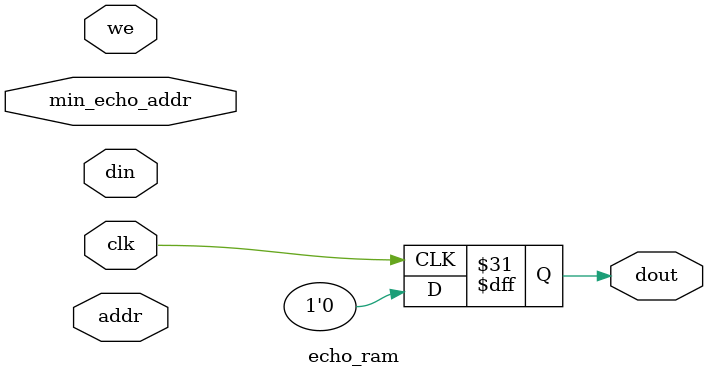
<source format=v>
`default_nettype none


module debounce (
  input wire reset, clock, noisy,
  output reg clean
);
  reg [18:0] count;
  reg new;

  always @(posedge clock)
    if (reset) begin
      count <= 0;
      new <= noisy;
      clean <= noisy;
    end
    else if (noisy != new) begin
      // noisy input changed, restart the .01 sec clock
      new <= noisy;
      count <= 0;
    end
    else if (count == 270000)
      // noisy input stable for .01 secs, pass it along!
      clean <= new;
    else
      // waiting for .01 sec to pass
      count <= count+1;

endmodule

///////////////////////////////////////////////////////////////////////////////
//
// bi-directional monaural interface to AC97
//
///////////////////////////////////////////////////////////////////////////////

module lab5audio (
  input wire clock_27mhz,
  input wire reset,
  input wire [4:0] volume,
  output wire [7:0] audio_in_data,
  input wire [7:0] audio_out_data,
  output wire ready,
  output reg audio_reset_b,   // ac97 interface signals
  output wire ac97_sdata_out,
  input wire ac97_sdata_in,
  output wire ac97_synch,
  input wire ac97_bit_clock
);

  wire [7:0] command_address;
  wire [15:0] command_data;
  wire command_valid;
  wire [19:0] left_in_data, right_in_data;
  wire [19:0] left_out_data, right_out_data;

  // wait a little before enabling the AC97 codec
  reg [9:0] reset_count;
  always @(posedge clock_27mhz) begin
    if (reset) begin
      audio_reset_b = 1'b0;
      reset_count = 0;
    end else if (reset_count == 1023)
      audio_reset_b = 1'b1;
    else
      reset_count = reset_count+1;
  end

  wire ac97_ready;
  ac97 ac97(.ready(ac97_ready),
            .command_address(command_address),
            .command_data(command_data),
            .command_valid(command_valid),
            .left_data(left_out_data), .left_valid(1'b1),
            .right_data(right_out_data), .right_valid(1'b1),
            .left_in_data(left_in_data), .right_in_data(right_in_data),
            .ac97_sdata_out(ac97_sdata_out),
            .ac97_sdata_in(ac97_sdata_in),
            .ac97_synch(ac97_synch),
            .ac97_bit_clock(ac97_bit_clock));

  // ready: one cycle pulse synchronous with clock_27mhz
  reg [2:0] ready_sync;
  always @ (posedge clock_27mhz) ready_sync <= {ready_sync[1:0], ac97_ready};
  assign ready = ready_sync[1] & ~ready_sync[2];

  reg [7:0] out_data;
  always @ (posedge clock_27mhz)
    if (ready) out_data <= audio_out_data;
  assign audio_in_data = left_in_data[19:12];
  assign left_out_data = {out_data, 12'b000000000000};
  assign right_out_data = left_out_data;

  // generate repeating sequence of read/writes to AC97 registers
  ac97commands cmds(.clock(clock_27mhz), .ready(ready),
                    .command_address(command_address),
                    .command_data(command_data),
                    .command_valid(command_valid),
                    .volume(volume),
                    .source(3'b000));     // mic
endmodule

// assemble/disassemble AC97 serial frames
module ac97 (
  output reg ready,
  input wire [7:0] command_address,
  input wire [15:0] command_data,
  input wire command_valid,
  input wire [19:0] left_data,
  input wire left_valid,
  input wire [19:0] right_data,
  input wire right_valid,
  output reg [19:0] left_in_data, right_in_data,
  output reg ac97_sdata_out,
  input wire ac97_sdata_in,
  output reg ac97_synch,
  input wire ac97_bit_clock
);
  reg [7:0] bit_count;

  reg [19:0] l_cmd_addr;
  reg [19:0] l_cmd_data;
  reg [19:0] l_left_data, l_right_data;
  reg l_cmd_v, l_left_v, l_right_v;

  initial begin
    ready <= 1'b0;
    // synthesis attribute init of ready is "0";
    ac97_sdata_out <= 1'b0;
    // synthesis attribute init of ac97_sdata_out is "0";
    ac97_synch <= 1'b0;
    // synthesis attribute init of ac97_synch is "0";

    bit_count <= 8'h00;
    // synthesis attribute init of bit_count is "0000";
    l_cmd_v <= 1'b0;
    // synthesis attribute init of l_cmd_v is "0";
    l_left_v <= 1'b0;
    // synthesis attribute init of l_left_v is "0";
    l_right_v <= 1'b0;
    // synthesis attribute init of l_right_v is "0";

    left_in_data <= 20'h00000;
    // synthesis attribute init of left_in_data is "00000";
    right_in_data <= 20'h00000;
    // synthesis attribute init of right_in_data is "00000";
  end

  always @(posedge ac97_bit_clock) begin
    // Generate the sync signal
    if (bit_count == 255)
      ac97_synch <= 1'b1;
    if (bit_count == 15)
      ac97_synch <= 1'b0;

    // Generate the ready signal
    if (bit_count == 128)
      ready <= 1'b1;
    if (bit_count == 2)
      ready <= 1'b0;

    // Latch user data at the end of each frame. This ensures that the
    // first frame after reset will be empty.
    if (bit_count == 255) begin
      l_cmd_addr <= {command_address, 12'h000};
      l_cmd_data <= {command_data, 4'h0};
      l_cmd_v <= command_valid;
      l_left_data <= left_data;
      l_left_v <= left_valid;
      l_right_data <= right_data;
      l_right_v <= right_valid;
    end

    if ((bit_count >= 0) && (bit_count <= 15))
      // Slot 0: Tags
      case (bit_count[3:0])
        4'h0: ac97_sdata_out <= 1'b1;      // Frame valid
        4'h1: ac97_sdata_out <= l_cmd_v;   // Command address valid
        4'h2: ac97_sdata_out <= l_cmd_v;   // Command data valid
        4'h3: ac97_sdata_out <= l_left_v;  // Left data valid
        4'h4: ac97_sdata_out <= l_right_v; // Right data valid
        default: ac97_sdata_out <= 1'b0;
      endcase
    else if ((bit_count >= 16) && (bit_count <= 35))
      // Slot 1: Command address (8-bits, left justified)
      ac97_sdata_out <= l_cmd_v ? l_cmd_addr[35-bit_count] : 1'b0;
    else if ((bit_count >= 36) && (bit_count <= 55))
      // Slot 2: Command data (16-bits, left justified)
      ac97_sdata_out <= l_cmd_v ? l_cmd_data[55-bit_count] : 1'b0;
    else if ((bit_count >= 56) && (bit_count <= 75)) begin
      // Slot 3: Left channel
      ac97_sdata_out <= l_left_v ? l_left_data[19] : 1'b0;
      l_left_data <= { l_left_data[18:0], l_left_data[19] };
    end
    else if ((bit_count >= 76) && (bit_count <= 95))
      // Slot 4: Right channel
      ac97_sdata_out <= l_right_v ? l_right_data[95-bit_count] : 1'b0;
    else
      ac97_sdata_out <= 1'b0;

    bit_count <= bit_count+1;
  end // always @ (posedge ac97_bit_clock)

  always @(negedge ac97_bit_clock) begin
    if ((bit_count >= 57) && (bit_count <= 76))
      // Slot 3: Left channel
      left_in_data <= { left_in_data[18:0], ac97_sdata_in };
    else if ((bit_count >= 77) && (bit_count <= 96))
      // Slot 4: Right channel
      right_in_data <= { right_in_data[18:0], ac97_sdata_in };
  end
endmodule

// issue initialization commands to AC97
module ac97commands (
  input wire clock,
  input wire ready,
  output wire [7:0] command_address,
  output wire [15:0] command_data,
  output reg command_valid,
  input wire [4:0] volume,
  input wire [2:0] source
);
  reg [23:0] command;

  reg [3:0] state;
  initial begin
    command <= 4'h0;
    // synthesis attribute init of command is "0";
    command_valid <= 1'b0;
    // synthesis attribute init of command_valid is "0";
    state <= 16'h0000;
    // synthesis attribute init of state is "0000";
  end

  assign command_address = command[23:16];
  assign command_data = command[15:0];

  wire [4:0] vol;
  assign vol = 31-volume;  // convert to attenuation

  always @(posedge clock) begin
    if (ready) state <= state+1;

    case (state)
      4'h0: // Read ID
        begin
          command <= 24'h80_0000;
          command_valid <= 1'b1;
        end
      4'h1: // Read ID
        command <= 24'h80_0000;
      4'h3: // headphone volume
        command <= { 8'h04, 3'b000, vol, 3'b000, vol };
      4'h5: // PCM volume
        command <= 24'h18_0808;
      4'h6: // Record source select
        command <= { 8'h1A, 5'b00000, source, 5'b00000, source};
      4'h7: // Record gain = max
        command <= 24'h1C_0F0F;
      4'h9: // set +20db mic gain
        command <= 24'h0E_8048;
      4'hA: // Set beep volume
        command <= 24'h0A_0000;
      4'hB: // PCM out bypass mix1
        command <= 24'h20_8000;
      default:
        command <= 24'h80_0000;
    endcase // case(state)
  end // always @ (posedge clock)
endmodule // ac97commands

///////////////////////////////////////////////////////////////////////////////
//
// generate PCM data for 750hz sine wave (assuming f(ready) = 48khz)
//
///////////////////////////////////////////////////////////////////////////////

module tone750hz (
  input wire clock,
  input wire ready,
  output reg [19:0] pcm_data
);
   reg [8:0] index;

   initial begin
      index <= 8'h00;
      // synthesis attribute init of index is "00";
      pcm_data <= 20'h00000;
      // synthesis attribute init of pcm_data is "00000";
   end
   
   always @(posedge clock) begin
      if (ready) index <= index+1;
   end
   
   // one cycle of a sinewave in 64 20-bit samples
   always @(index) begin
      case (index[5:0])
        6'h00: pcm_data <= 20'h00000;
        6'h01: pcm_data <= 20'h0C8BD;
        6'h02: pcm_data <= 20'h18F8B;
        6'h03: pcm_data <= 20'h25280;
        6'h04: pcm_data <= 20'h30FBC;
        6'h05: pcm_data <= 20'h3C56B;
        6'h06: pcm_data <= 20'h471CE;
        6'h07: pcm_data <= 20'h5133C;
        6'h08: pcm_data <= 20'h5A827;
        6'h09: pcm_data <= 20'h62F20;
        6'h0A: pcm_data <= 20'h6A6D9;
        6'h0B: pcm_data <= 20'h70E2C;
        6'h0C: pcm_data <= 20'h7641A;
        6'h0D: pcm_data <= 20'h7A7D0;
        6'h0E: pcm_data <= 20'h7D8A5;
        6'h0F: pcm_data <= 20'h7F623;
        6'h10: pcm_data <= 20'h7FFFF;
        6'h11: pcm_data <= 20'h7F623;
        6'h12: pcm_data <= 20'h7D8A5;
        6'h13: pcm_data <= 20'h7A7D0;
        6'h14: pcm_data <= 20'h7641A;
        6'h15: pcm_data <= 20'h70E2C;
        6'h16: pcm_data <= 20'h6A6D9;
        6'h17: pcm_data <= 20'h62F20;
        6'h18: pcm_data <= 20'h5A827;
        6'h19: pcm_data <= 20'h5133C;
        6'h1A: pcm_data <= 20'h471CE;
        6'h1B: pcm_data <= 20'h3C56B;
        6'h1C: pcm_data <= 20'h30FBC;
        6'h1D: pcm_data <= 20'h25280;
        6'h1E: pcm_data <= 20'h18F8B;
        6'h1F: pcm_data <= 20'h0C8BD;
        6'h20: pcm_data <= 20'h00000;
        6'h21: pcm_data <= 20'hF3743;
        6'h22: pcm_data <= 20'hE7075;
        6'h23: pcm_data <= 20'hDAD80;
        6'h24: pcm_data <= 20'hCF044;
        6'h25: pcm_data <= 20'hC3A95;
        6'h26: pcm_data <= 20'hB8E32;
        6'h27: pcm_data <= 20'hAECC4;
        6'h28: pcm_data <= 20'hA57D9;
        6'h29: pcm_data <= 20'h9D0E0;
        6'h2A: pcm_data <= 20'h95927;
        6'h2B: pcm_data <= 20'h8F1D4;
        6'h2C: pcm_data <= 20'h89BE6;
        6'h2D: pcm_data <= 20'h85830;
        6'h2E: pcm_data <= 20'h8275B;
        6'h2F: pcm_data <= 20'h809DD;
        6'h30: pcm_data <= 20'h80000;
        6'h31: pcm_data <= 20'h809DD;
        6'h32: pcm_data <= 20'h8275B;
        6'h33: pcm_data <= 20'h85830;
        6'h34: pcm_data <= 20'h89BE6;
        6'h35: pcm_data <= 20'h8F1D4;
        6'h36: pcm_data <= 20'h95927;
        6'h37: pcm_data <= 20'h9D0E0;
        6'h38: pcm_data <= 20'hA57D9;
        6'h39: pcm_data <= 20'hAECC4;
        6'h3A: pcm_data <= 20'hB8E32;
        6'h3B: pcm_data <= 20'hC3A95;
        6'h3C: pcm_data <= 20'hCF044;
        6'h3D: pcm_data <= 20'hDAD80;
        6'h3E: pcm_data <= 20'hE7075;
        6'h3F: pcm_data <= 20'hF3743;
      endcase // case(index[5:0])
   end // always @ (index)
endmodule

/////////////////////////////////////////////////////////////////////////////////
////
//// 6.111 FPGA Labkit -- Template Toplevel Module
////
//// For Labkit Revision 004
//// Created: October 31, 2004, from revision 003 file
//// Author: Nathan Ickes, 6.111 staff
////
/////////////////////////////////////////////////////////////////////////////////

module lab5   (beep, audio_reset_b, ac97_sdata_out, ac97_sdata_in, ac97_synch,
	       ac97_bit_clock,
	       
	       vga_out_red, vga_out_green, vga_out_blue, vga_out_sync_b,
	       vga_out_blank_b, vga_out_pixel_clock, vga_out_hsync,
	       vga_out_vsync,

	       tv_out_ycrcb, tv_out_reset_b, tv_out_clock, tv_out_i2c_clock,
	       tv_out_i2c_data, tv_out_pal_ntsc, tv_out_hsync_b,
	       tv_out_vsync_b, tv_out_blank_b, tv_out_subcar_reset,

	       tv_in_ycrcb, tv_in_data_valid, tv_in_line_clock1,
	       tv_in_line_clock2, tv_in_aef, tv_in_hff, tv_in_aff,
	       tv_in_i2c_clock, tv_in_i2c_data, tv_in_fifo_read,
	       tv_in_fifo_clock, tv_in_iso, tv_in_reset_b, tv_in_clock,

	       ram0_data, ram0_address, ram0_adv_ld, ram0_clk, ram0_cen_b,
	       ram0_ce_b, ram0_oe_b, ram0_we_b, ram0_bwe_b, 

	       ram1_data, ram1_address, ram1_adv_ld, ram1_clk, ram1_cen_b,
	       ram1_ce_b, ram1_oe_b, ram1_we_b, ram1_bwe_b,

	       clock_feedback_out, clock_feedback_in,

	       flash_data, flash_address, flash_ce_b, flash_oe_b, flash_we_b,
	       flash_reset_b, flash_sts, flash_byte_b,

	       rs232_txd, rs232_rxd, rs232_rts, rs232_cts,

	       mouse_clock, mouse_data, keyboard_clock, keyboard_data,

	       clock_27mhz, clock1, clock2,

	       disp_blank, disp_data_out, disp_clock, disp_rs, disp_ce_b,
	       disp_reset_b, disp_data_in,

	       button0, button1, button2, button3, button_enter, button_right,
	       button_left, button_down, button_up,

	       switch,

	       led,
	       
	       user1, user2, user3, user4,
	       
	       daughtercard,

	       systemace_data, systemace_address, systemace_ce_b,
	       systemace_we_b, systemace_oe_b, systemace_irq, systemace_mpbrdy,
	       
	       analyzer1_data, analyzer1_clock,
 	       analyzer2_data, analyzer2_clock,
 	       analyzer3_data, analyzer3_clock,
 	       analyzer4_data, analyzer4_clock);

   output beep, audio_reset_b, ac97_synch, ac97_sdata_out;
   input  ac97_bit_clock, ac97_sdata_in;
   
   output [7:0] vga_out_red, vga_out_green, vga_out_blue;
   output vga_out_sync_b, vga_out_blank_b, vga_out_pixel_clock,
	  vga_out_hsync, vga_out_vsync;

   output [9:0] tv_out_ycrcb;
   output tv_out_reset_b, tv_out_clock, tv_out_i2c_clock, tv_out_i2c_data,
	  tv_out_pal_ntsc, tv_out_hsync_b, tv_out_vsync_b, tv_out_blank_b,
	  tv_out_subcar_reset;
   
   input  [19:0] tv_in_ycrcb;
   input  tv_in_data_valid, tv_in_line_clock1, tv_in_line_clock2, tv_in_aef,
	  tv_in_hff, tv_in_aff;
   output tv_in_i2c_clock, tv_in_fifo_read, tv_in_fifo_clock, tv_in_iso,
	  tv_in_reset_b, tv_in_clock;
   inout  tv_in_i2c_data;
        
   inout  [35:0] ram0_data;
   output [18:0] ram0_address;
   output ram0_adv_ld, ram0_clk, ram0_cen_b, ram0_ce_b, ram0_oe_b, ram0_we_b;
   output [3:0] ram0_bwe_b;
   
   inout  [35:0] ram1_data;
   output [18:0] ram1_address;
   output ram1_adv_ld, ram1_clk, ram1_cen_b, ram1_ce_b, ram1_oe_b, ram1_we_b;
   output [3:0] ram1_bwe_b;

   input  clock_feedback_in;
   output clock_feedback_out;
   
   inout  [15:0] flash_data;
   output [23:0] flash_address;
   output flash_ce_b, flash_oe_b, flash_we_b, flash_reset_b, flash_byte_b;
   input  flash_sts;
   
   output rs232_txd, rs232_rts;
   input  rs232_rxd, rs232_cts;

   input  mouse_clock, mouse_data, keyboard_clock, keyboard_data;

   input  clock_27mhz, clock1, clock2;

   output disp_blank, disp_clock, disp_rs, disp_ce_b, disp_reset_b;  
   input  disp_data_in;
   output  disp_data_out;
   
   input  button0, button1, button2, button3, button_enter, button_right,
	  button_left, button_down, button_up;
   input  [7:0] switch;
   output [7:0] led;

   inout [31:0] user1, user2, user3, user4;
   
   inout [43:0] daughtercard;

   inout  [15:0] systemace_data;
   output [6:0]  systemace_address;
   output systemace_ce_b, systemace_we_b, systemace_oe_b;
   input  systemace_irq, systemace_mpbrdy;

   output [15:0] analyzer1_data, analyzer2_data, analyzer3_data, 
		 analyzer4_data;
   output analyzer1_clock, analyzer2_clock, analyzer3_clock, analyzer4_clock;

   ////////////////////////////////////////////////////////////////////////////
   //
   // I/O Assignments
   //
   ////////////////////////////////////////////////////////////////////////////
   

   // Audio Input and Output
   assign beep= 1'b0;
   //lab5 assign audio_reset_b = 1'b0;
   //lab5 assign ac97_synch = 1'b0;
   //lab5 assign ac97_sdata_out = 1'b0;
   // ac97_sdata_in is an input

   // VGA Output
   assign vga_out_red = 10'h0;
   assign vga_out_green = 10'h0;
   assign vga_out_blue = 10'h0;
   assign vga_out_sync_b = 1'b1;
   assign vga_out_blank_b = 1'b1;
   assign vga_out_pixel_clock = 1'b0;
   assign vga_out_hsync = 1'b0;
   assign vga_out_vsync = 1'b0;

   // Video Output
   assign tv_out_ycrcb = 10'h0;
   assign tv_out_reset_b = 1'b0;
   assign tv_out_clock = 1'b0;
   assign tv_out_i2c_clock = 1'b0;
   assign tv_out_i2c_data = 1'b0;
   assign tv_out_pal_ntsc = 1'b0;
   assign tv_out_hsync_b = 1'b1;
   assign tv_out_vsync_b = 1'b1;
   assign tv_out_blank_b = 1'b1;
   assign tv_out_subcar_reset = 1'b0;
   
   // Video Input
   assign tv_in_i2c_clock = 1'b0;
   assign tv_in_fifo_read = 1'b0;
   assign tv_in_fifo_clock = 1'b0;
   assign tv_in_iso = 1'b0;
   assign tv_in_reset_b = 1'b0;
   assign tv_in_clock = 1'b0;
   assign tv_in_i2c_data = 1'bZ;
   // tv_in_ycrcb, tv_in_data_valid, tv_in_line_clock1, tv_in_line_clock2, 
   // tv_in_aef, tv_in_hff, and tv_in_aff are inputs
   
   // SRAMs
   assign ram0_data = 36'hZ;
   assign ram0_address = 19'h0;
   assign ram0_adv_ld = 1'b0;
   assign ram0_clk = 1'b0;
   assign ram0_cen_b = 1'b1;
   assign ram0_ce_b = 1'b1;
   assign ram0_oe_b = 1'b1;
   assign ram0_we_b = 1'b1;
   assign ram0_bwe_b = 4'hF;
   assign ram1_data = 36'hZ; 
   assign ram1_address = 19'h0;
   assign ram1_adv_ld = 1'b0;
   assign ram1_clk = 1'b0;
   assign ram1_cen_b = 1'b1;
   assign ram1_ce_b = 1'b1;
   assign ram1_oe_b = 1'b1;
   assign ram1_we_b = 1'b1;
   assign ram1_bwe_b = 4'hF;
   assign clock_feedback_out = 1'b0;
   // clock_feedback_in is an input
   
   // Flash ROM
   assign flash_data = 16'hZ;
   assign flash_address = 24'h0;
   assign flash_ce_b = 1'b1;
   assign flash_oe_b = 1'b1;
   assign flash_we_b = 1'b1;
   assign flash_reset_b = 1'b0;
   assign flash_byte_b = 1'b1;
   // flash_sts is an input

   // RS-232 Interface
   assign rs232_txd = 1'b1;
   assign rs232_rts = 1'b1;
   // rs232_rxd and rs232_cts are inputs

   // PS/2 Ports
   // mouse_clock, mouse_data, keyboard_clock, and keyboard_data are inputs

   // LED Displays
   assign disp_blank = 1'b1;
   assign disp_clock = 1'b0;
   assign disp_rs = 1'b0;
   assign disp_ce_b = 1'b1;
   assign disp_reset_b = 1'b0;
   assign disp_data_out = 1'b0;
   // disp_data_in is an input

   // Buttons, Switches, and Individual LEDs
   //lab5 assign led = 8'hFF;
   // button0, button1, button2, button3, button_enter, button_right,
   // button_left, button_down, button_up, and switches are inputs

   // User I/Os
   //assign user1 = 32'hZ;
   assign user2 = 32'hZ;
   assign user3 = 32'hZ;
   assign user4 = 32'hZ;

   // Daughtercard Connectors
   assign daughtercard = 44'hZ;

   // SystemACE Microprocessor Port
   assign systemace_data = 16'hZ;
   assign systemace_address = 7'h0;
   assign systemace_ce_b = 1'b1;
   assign systemace_we_b = 1'b1;
   assign systemace_oe_b = 1'b1;
   // systemace_irq and systemace_mpbrdy are inputs

   // Logic Analyzer
   //lab5 assign analyzer1_data = 16'h0;
   //lab5 assign analyzer1_clock = 1'b1;
   assign analyzer2_data = 16'h0;
   assign analyzer2_clock = 1'b1;
   //lab5 assign analyzer3_data = 16'h0;
   //lab5 assign analyzer3_clock = 1'b1;
   assign analyzer4_data = 16'h0;
   assign analyzer4_clock = 1'b1;
			    
//   wire [7:0] from_ac97_data, to_ac97_data;
//   wire ready;

   ////////////////////////////////////////////////////////////////////////////
   //
   // Reset Generation
   //
   // A shift register primitive is used to generate an active-high reset
   // signal that remains high for 16 clock cycles after configuration finishes
   // and the FPGA's internal clocks begin toggling.
   //
   ////////////////////////////////////////////////////////////////////////////
   wire reset;
   SRL16 #(.INIT(16'hFFFF)) reset_sr(.D(1'b0), .CLK(clock_27mhz), .Q(reset),
                                     .A0(1'b1), .A1(1'b1), .A2(1'b1), .A3(1'b1));
			    
   wire [7:0] from_ac97_data, to_ac97_data;
   wire ready;

   // allow user to adjust volume
   wire vup,vdown;
   reg old_vup,old_vdown;
   debounce bup(.reset(reset),.clock(clock_27mhz),.noisy(~button_up),.clean(vup));
   debounce bdown(.reset(reset),.clock(clock_27mhz),.noisy(~button_down),.clean(vdown));
   reg [4:0] volume;
   always @ (posedge clock_27mhz) begin
     if (reset) volume <= 5'd8;
     else begin
	if (vup & ~old_vup & volume != 5'd31) volume <= volume+1;       
	if (vdown & ~old_vdown & volume != 5'd0) volume <= volume-1;       
     end
     old_vup <= vup;
     old_vdown <= vdown;
   end

   // AC97 driver
   lab5audio a(clock_27mhz, reset, volume, from_ac97_data, to_ac97_data, ready,
	       audio_reset_b, ac97_sdata_out, ac97_sdata_in,
	       ac97_synch, ac97_bit_clock);

   // push ENTER button to record, release to playback
   wire playback;
   debounce benter(.reset(reset),.clock(clock_27mhz),.noisy(button_enter),.clean(playback));

   // switch 0 up for filtering, down for no filtering
   wire filter;
   debounce sw0(.reset(reset),.clock(clock_27mhz),.noisy(switch[0]),.clean(filter));

   // light up LEDs when recording, show volume during playback.
   // led is active low
	wire [1:0] state;
	wire [19:0] tone;
	wire wdebug;
   tone750hz xxx(.clock(clock_27mhz),.ready(ready),.pcm_data(tone));
   // record module
	// previously from_ac97_data
   recorder r(.clock(clock_27mhz), .reset(reset), .ready(ready),
              .playback(playback), .filter(filter),
              .from_ac97_data(from_ac97_data), .to_ac97_data(to_ac97_data),.state_out(state), .write_out(wdebug));
				  
//   assign led[7:2] = playback ? ~{filter, volume} : ~{filter,5'h1F};
	assign led = {~wdebug, ~volume[3:0], ~filter, ~state};

   // output useful things to the logic analyzer connectors
   assign analyzer1_clock = ac97_bit_clock;
   assign analyzer1_data[0] = audio_reset_b;
   assign analyzer1_data[1] = ac97_sdata_out;
   assign analyzer1_data[2] = ac97_sdata_in;
   assign analyzer1_data[3] = ac97_synch;
   assign analyzer1_data[15:4] = 0;

   assign analyzer3_clock = ready;
   assign analyzer3_data = {from_ac97_data, to_ac97_data};
endmodule

///////////////////////////////////////////////////////////////////////////////
//
// Record/playback
//
///////////////////////////////////////////////////////////////////////////////

module recorder(
  input wire clock,	           // 27mhz system clock
  input wire reset,                // 1 to reset to initial state
  input wire playback,             // 1 for playback, 0 for record
  input wire ready,                // 1 when AC97 data is available
  input wire filter,               // 1 when using low-pass filter
  input wire [7:0] from_ac97_data, // 8-bit PCM data from mic
  output reg [7:0] to_ac97_data,    // 8-bit PCM data to headphone
  output [1:0] state_out,
  output write_out
);
	localparam ADDR_WIDTH = 16;
	localparam DATA_WIDTH = 8;
	localparam DECIMATION_FACTOR = 8;
	
	localparam RECORD_MODE = 2'b0;
	localparam PLAYBACK_MODE = 2'b1;
	
	// ram address
	reg [ADDR_WIDTH-1:0] a = 0;
	reg [ADDR_WIDTH-1:0] a_del = 0;
	wire [ADDR_WIDTH-1:0] a_next;
	reg [ADDR_WIDTH-1:0] recorded_a;
	reg [DATA_WIDTH-1:0] decimated_data = 0;
	reg [3:0] decimation_counter = DECIMATION_FACTOR-1;
	reg playback_prev;
	reg write_enable = 1'b1;
	reg ready_prev;
	reg [1:0] state = 2'b0;
	wire [DATA_WIDTH-1:0] ram_out;
	wire [DATA_WIDTH-1:0] ram_out_2;
  reg [DATA_WIDTH-1:0] to_filter;

  wire signed [17:0] filtered;
  reg [DATA_WIDTH-1:0] to_filter_2;

  wire signed [17:0] filtered_2;

	assign state_out = state;
	assign write_out = write_enable;
	
  mybram #(.LOGSIZE(ADDR_WIDTH), .WIDTH(DATA_WIDTH))
       samples_ram( .addr(a),
							.clk(clock),
							.we(write_enable),
							.din(decimated_data),
							//.min_echo_addr(0),
							.dout(ram_out)
						 );
						 
  mybram #(.LOGSIZE(ADDR_WIDTH), .WIDTH(DATA_WIDTH))
	 samples2_ram( .addr(a_del),
						.clk(clock),
						.we(write_enable),
						.din(decimated_data),
						//.min_echo_addr(0),
						.dout(ram_out_2)
					 );

  fir31 filter31(.clock(clock), .reset(reset), 
    .ready(ready),
    .x(to_filter),
    .y(filtered));

	fir31 filter31_2(.clock(clock), .reset(reset), 
    .ready(ready),
    .x(to_filter_2),
    .y(filtered_2));
						 
	assign a_next = a + 1;
	
	always @(posedge clock)
	begin
		ready_prev <= ready;
		
		if (playback)
		begin
			state <= PLAYBACK_MODE;
		end
		else
		begin
			state <= RECORD_MODE;
		end
		
		if (state == RECORD_MODE)
		begin
			write_enable <= (|a_next) & (~|decimation_counter);
		end
		else if (state == PLAYBACK_MODE)
		begin
			write_enable <= 0;
		end
		
		if (reset)
		begin
			decimation_counter <= DECIMATION_FACTOR-1;
			decimated_data <= 0;
			to_ac97_data <= 0;
		end
		else if (ready & (~ready_prev))
		begin
			if (state == RECORD_MODE)
			begin	
				if (|decimation_counter)
				begin
					decimation_counter <= decimation_counter - 1;
				end
				else
				begin
					 if (filter)
					 begin
						to_filter <= from_ac97_data;
						decimated_data <= filtered[17:10];
					 end
					 else 
					 begin
						decimated_data <= from_ac97_data;
					 end
					 to_ac97_data <= decimated_data;
					 decimation_counter <= DECIMATION_FACTOR - 1;
				end
			end
			else if (state == PLAYBACK_MODE)
			begin
				if (|decimation_counter) // if not zero
				begin
					decimation_counter <= decimation_counter - 1;
					 if (filter)
					 begin
						to_filter <= 0;
						to_ac97_data <= filtered[14:7];
					 end
					 else 
					 begin
							to_ac97_data <= ram_out;
					 end
				end
				else
				begin
					 if (filter)
					 begin
						to_filter <= ram_out;
						to_filter_2 <= ram_out_2;
						to_ac97_data <= (filtered[14:7] + filtered[14:7] + filtered_2[14:7]) >> 1;            
					 end
					 else 
					 begin
							to_ac97_data <= (ram_out >> 1) + (ram_out >> 2) + (ram_out_2 >> 2);
					 end
					decimation_counter <= DECIMATION_FACTOR - 1;
				end
			end
		end
	end
	
	always @(posedge clock)
	begin
		playback_prev <= playback;
	end
	
	
	always @(posedge clock)
	begin
		if (reset | (playback ^  playback_prev))
		begin
			a <= 0;
			 a_del <= 0;
			if (reset)
			begin
				recorded_a <= 0;
			end
			else if (playback)
			begin
				recorded_a <= a;
			end
		end
		else if (ready & (~ready_prev))
		begin
			if ((state == RECORD_MODE ) && (a_next != 0) && ~(|decimation_counter))
			begin
				 a_del <= a_next;
				a <= a_next;
			end
			else if (state == PLAYBACK_MODE)
			begin
				if (~(|decimation_counter))
				begin
					if (a_next == recorded_a)
					begin
						a <= 0;
						 a_del <= 0;
					end
					else
					begin
						a <= a_next;
						a_del <= (a_next > 2048) ? (a_next - 2048) : a_next;
					end
				end
			end
		end
	end
	
endmodule

///////////////////////////////////////////////////////////////////////////////
//
// Verilog equivalent to a BRAM, tools will infer the right thing!
// number of locations = 1<<LOGSIZE, width in bits = WIDTH.
// default is a 16K x 1 memory.
//
///////////////////////////////////////////////////////////////////////////////

module mybram #(parameter LOGSIZE=14, WIDTH=1)
              (input wire [LOGSIZE-1:0] addr,
               input wire clk,
               input wire [WIDTH-1:0] din,
               output reg [WIDTH-1:0] dout,
               input wire we);
   // let the tools infer the right number of BRAMs
   (* ram_style = "block" *)
   reg [WIDTH-1:0] mem[(1<<LOGSIZE)-1:0];
   always @(posedge clk) begin
     if (we) mem[addr] <= din;
     dout <= mem[addr];
   end
endmodule

///////////////////////////////////////////////////////////////////////////////
//
// Verilog equivalent to a BRAM, tools will infer the right thing!
// number of locations = 1<<LOGSIZE, width in bits = WIDTH.
// default is a 16K x 1 memory.
//
///////////////////////////////////////////////////////////////////////////////

module echo_ram #(parameter LOGSIZE=14, DELAY=4096, WIDTH=1)
              (input wire [LOGSIZE-1:0] addr,
               input wire clk,
               input wire [WIDTH-1:0] din,
               input wire [LOGSIZE-1:0] min_echo_addr,
               output reg [WIDTH-1:0] dout,
               input wire we);
   // let the tools infer the right number of BRAMs
   wire [LOGSIZE-1:0] echo_addr;
   reg [WIDTH-1:0] mem[(1<<LOGSIZE)-1:0];
   assign echo_addr = ( addr > (min_echo_addr + DELAY) ) ? (addr - DELAY) : addr;
   always @(posedge clk) begin
     if (we) mem[addr] <= din;
     dout <= (mem[addr] >> 2) + (mem[addr] >> 1) + (mem[echo_addr] >> 2);
   end
endmodule


</source>
